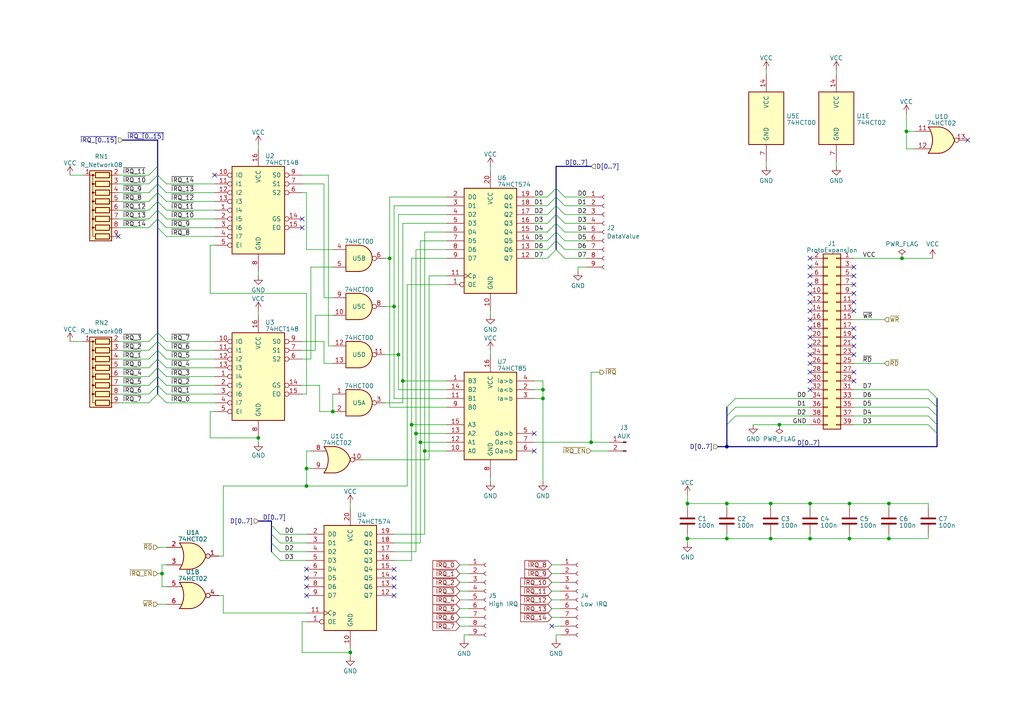
<source format=kicad_sch>
(kicad_sch (version 20231120) (generator "eeschema") (generator_version "8.0")
  (paper "A4")
  (lib_symbols
    (symbol "74xx:74HCT02" (pin_names (offset 1.016))
      (property "Reference" "U" (at 0 1.27 0))
      (property "Value" "74HCT02" (at 0 -1.27 0))
      (symbol "74HCT02_1_1"
        (pin output inverted (at 7.62 0 180) (length 3.81) (name "~") (number "1"))
        (pin input line (at -7.62 2.54 0) (length 4.318) (name "~") (number "2"))
        (pin input line (at -7.62 -2.54 0) (length 4.318) (name "~") (number "3"))
      )
      (symbol "74HCT02_1_2"
        (pin output line (at 7.62 0 180) (length 3.81) (name "~") (number "1"))
        (pin input inverted (at -7.62 2.54 0) (length 3.81) (name "~") (number "2"))
        (pin input inverted (at -7.62 -2.54 0) (length 3.81) (name "~") (number "3"))
      )
      (symbol "74HCT02_2_1"
        (pin output inverted (at 7.62 0 180) (length 3.81) (name "~") (number "4"))
        (pin input line (at -7.62 2.54 0) (length 4.318) (name "~") (number "5"))
        (pin input line (at -7.62 -2.54 0) (length 4.318) (name "~") (number "6"))
      )
      (symbol "74HCT02_2_2"
        (pin output line (at 7.62 0 180) (length 3.81) (name "~") (number "4"))
        (pin input inverted (at -7.62 2.54 0) (length 3.81) (name "~") (number "5"))
        (pin input inverted (at -7.62 -2.54 0) (length 3.81) (name "~") (number "6"))
      )
      (symbol "74HCT02_3_1"
        (pin output inverted (at 7.62 0 180) (length 3.81) (name "~") (number "10"))
        (pin input line (at -7.62 2.54 0) (length 4.318) (name "~") (number "8"))
        (pin input line (at -7.62 -2.54 0) (length 4.318) (name "~") (number "9"))
      )
      (symbol "74HCT02_3_2"
        (pin output line (at 7.62 0 180) (length 3.81) (name "~") (number "10"))
        (pin input inverted (at -7.62 2.54 0) (length 3.81) (name "~") (number "8"))
        (pin input inverted (at -7.62 -2.54 0) (length 3.81) (name "~") (number "9"))
      )
      (symbol "74HCT02_4_1"
        (pin input line (at -7.62 2.54 0) (length 4.318) (name "~") (number "11"))
        (pin input line (at -7.62 -2.54 0) (length 4.318) (name "~") (number "12"))
        (pin output inverted (at 7.62 0 180) (length 3.81) (name "~") (number "13"))
      )
      (symbol "74HCT02_4_2"
        (pin input inverted (at -7.62 2.54 0) (length 3.81) (name "~") (number "11"))
        (pin input inverted (at -7.62 -2.54 0) (length 3.81) (name "~") (number "12"))
        (pin output line (at 7.62 0 180) (length 3.81) (name "~") (number "13"))
      )
      (symbol "74HCT02_5_0"
        (pin power_in line (at 0 12.7 270) (length 5.08) (name "VCC") (number "14"))
        (pin power_in line (at 0 -12.7 90) (length 5.08) (name "GND") (number "7"))
      )
    )
    (symbol "74xx:74LS00" (pin_names (offset 1.016))
      (property "Reference" "U" (at 0 1.27 0))
      (property "Value" "74LS00" (at 0 -1.27 0))
      (symbol "74LS00_1_1"
        (pin input line (at -7.62 2.54 0) (length 3.81) (name "~") (number "1"))
        (pin input line (at -7.62 -2.54 0) (length 3.81) (name "~") (number "2"))
        (pin output inverted (at 7.62 0 180) (length 3.81) (name "~") (number "3"))
      )
      (symbol "74LS00_1_2"
        (pin input inverted (at -7.62 2.54 0) (length 4.318) (name "~") (number "1"))
        (pin input inverted (at -7.62 -2.54 0) (length 4.318) (name "~") (number "2"))
        (pin output line (at 7.62 0 180) (length 3.81) (name "~") (number "3"))
      )
      (symbol "74LS00_2_1"
        (pin input line (at -7.62 2.54 0) (length 3.81) (name "~") (number "4"))
        (pin input line (at -7.62 -2.54 0) (length 3.81) (name "~") (number "5"))
        (pin output inverted (at 7.62 0 180) (length 3.81) (name "~") (number "6"))
      )
      (symbol "74LS00_2_2"
        (pin input inverted (at -7.62 2.54 0) (length 4.318) (name "~") (number "4"))
        (pin input inverted (at -7.62 -2.54 0) (length 4.318) (name "~") (number "5"))
        (pin output line (at 7.62 0 180) (length 3.81) (name "~") (number "6"))
      )
      (symbol "74LS00_3_1"
        (pin input line (at -7.62 -2.54 0) (length 3.81) (name "~") (number "10"))
        (pin output inverted (at 7.62 0 180) (length 3.81) (name "~") (number "8"))
        (pin input line (at -7.62 2.54 0) (length 3.81) (name "~") (number "9"))
      )
      (symbol "74LS00_3_2"
        (pin input inverted (at -7.62 -2.54 0) (length 4.318) (name "~") (number "10"))
        (pin output line (at 7.62 0 180) (length 3.81) (name "~") (number "8"))
        (pin input inverted (at -7.62 2.54 0) (length 4.318) (name "~") (number "9"))
      )
      (symbol "74LS00_4_1"
        (pin output inverted (at 7.62 0 180) (length 3.81) (name "~") (number "11"))
        (pin input line (at -7.62 2.54 0) (length 3.81) (name "~") (number "12"))
        (pin input line (at -7.62 -2.54 0) (length 3.81) (name "~") (number "13"))
      )
      (symbol "74LS00_4_2"
        (pin output line (at 7.62 0 180) (length 3.81) (name "~") (number "11"))
        (pin input inverted (at -7.62 2.54 0) (length 4.318) (name "~") (number "12"))
        (pin input inverted (at -7.62 -2.54 0) (length 4.318) (name "~") (number "13"))
      )
      (symbol "74LS00_5_0"
        (pin power_in line (at 0 12.7 270) (length 5.08) (name "VCC") (number "14"))
        (pin power_in line (at 0 -12.7 90) (length 5.08) (name "GND") (number "7"))
      )
    )
    (symbol "74xx:74LS148" (pin_names (offset 1.016))
      (property "Reference" "U" (at -7.62 13.97 0))
      (property "Value" "74LS148" (at -7.62 -13.97 0))
      (symbol "74LS148_1_0"
        (pin input inverted (at -12.7 0 0) (length 5.08) (name "I4") (number "1"))
        (pin input inverted (at -12.7 10.16 0) (length 5.08) (name "IO") (number "10"))
        (pin input inverted (at -12.7 7.62 0) (length 5.08) (name "I1") (number "11"))
        (pin input inverted (at -12.7 5.08 0) (length 5.08) (name "I2") (number "12"))
        (pin input inverted (at -12.7 2.54 0) (length 5.08) (name "I3") (number "13"))
        (pin output inverted (at 12.7 -2.54 180) (length 5.08) (name "GS") (number "14"))
        (pin output inverted (at 12.7 -5.08 180) (length 5.08) (name "EO") (number "15"))
        (pin power_in line (at 0 17.78 270) (length 5.08) (name "VCC") (number "16"))
        (pin input inverted (at -12.7 -2.54 0) (length 5.08) (name "I5") (number "2"))
        (pin input inverted (at -12.7 -5.08 0) (length 5.08) (name "I6") (number "3"))
        (pin input inverted (at -12.7 -7.62 0) (length 5.08) (name "I7") (number "4"))
        (pin input inverted (at -12.7 -10.16 0) (length 5.08) (name "EI") (number "5"))
        (pin output inverted (at 12.7 5.08 180) (length 5.08) (name "S2") (number "6"))
        (pin output inverted (at 12.7 7.62 180) (length 5.08) (name "S1") (number "7"))
        (pin power_in line (at 0 -17.78 90) (length 5.08) (name "GND") (number "8"))
        (pin output inverted (at 12.7 10.16 180) (length 5.08) (name "S0") (number "9"))
      )
    )
    (symbol "74xx:74LS574" (pin_names (offset 1.016))
      (property "Reference" "U" (at -7.62 16.51 0))
      (property "Value" "74LS574" (at -7.62 -16.51 0))
      (symbol "74LS574_1_0"
        (pin input inverted (at -12.7 -12.7 0) (length 5.08) (name "OE") (number "1"))
        (pin power_in line (at 0 -20.32 90) (length 5.08) (name "GND") (number "10"))
        (pin input clock (at -12.7 -10.16 0) (length 5.08) (name "Cp") (number "11"))
        (pin tri_state line (at 12.7 -5.08 180) (length 5.08) (name "Q7") (number "12"))
        (pin tri_state line (at 12.7 -2.54 180) (length 5.08) (name "Q6") (number "13"))
        (pin tri_state line (at 12.7 0 180) (length 5.08) (name "Q5") (number "14"))
        (pin tri_state line (at 12.7 2.54 180) (length 5.08) (name "Q4") (number "15"))
        (pin tri_state line (at 12.7 5.08 180) (length 5.08) (name "Q3") (number "16"))
        (pin tri_state line (at 12.7 7.62 180) (length 5.08) (name "Q2") (number "17"))
        (pin tri_state line (at 12.7 10.16 180) (length 5.08) (name "Q1") (number "18"))
        (pin tri_state line (at 12.7 12.7 180) (length 5.08) (name "Q0") (number "19"))
        (pin input line (at -12.7 12.7 0) (length 5.08) (name "D0") (number "2"))
        (pin power_in line (at 0 20.32 270) (length 5.08) (name "VCC") (number "20"))
        (pin input line (at -12.7 10.16 0) (length 5.08) (name "D1") (number "3"))
        (pin input line (at -12.7 7.62 0) (length 5.08) (name "D2") (number "4"))
        (pin input line (at -12.7 5.08 0) (length 5.08) (name "D3") (number "5"))
        (pin input line (at -12.7 2.54 0) (length 5.08) (name "D4") (number "6"))
        (pin input line (at -12.7 0 0) (length 5.08) (name "D5") (number "7"))
        (pin input line (at -12.7 -2.54 0) (length 5.08) (name "D6") (number "8"))
        (pin input line (at -12.7 -5.08 0) (length 5.08) (name "D7") (number "9"))
      )
    )
    (symbol "74xx:74LS85" (pin_names (offset 1.016))
      (property "Reference" "U" (at -7.62 13.97 0))
      (property "Value" "74LS85" (at -7.62 -13.97 0))
      (symbol "74LS85_1_0"
        (pin input line (at -12.7 10.16 0) (length 5.08) (name "B3") (number "1"))
        (pin input line (at -12.7 -10.16 0) (length 5.08) (name "A0") (number "10"))
        (pin input line (at -12.7 5.08 0) (length 5.08) (name "B1") (number "11"))
        (pin input line (at -12.7 -7.62 0) (length 5.08) (name "A1") (number "12"))
        (pin input line (at -12.7 -5.08 0) (length 5.08) (name "A2") (number "13"))
        (pin input line (at -12.7 7.62 0) (length 5.08) (name "B2") (number "14"))
        (pin input line (at -12.7 -2.54 0) (length 5.08) (name "A3") (number "15"))
        (pin power_in line (at 0 17.78 270) (length 5.08) (name "VCC") (number "16"))
        (pin input line (at 12.7 7.62 180) (length 5.08) (name "Ia<b") (number "2"))
        (pin input line (at 12.7 5.08 180) (length 5.08) (name "Ia=b") (number "3"))
        (pin input line (at 12.7 10.16 180) (length 5.08) (name "Ia>b") (number "4"))
        (pin output line (at 12.7 -5.08 180) (length 5.08) (name "Oa>b") (number "5"))
        (pin output line (at 12.7 -10.16 180) (length 5.08) (name "Oa=b") (number "6"))
        (pin output line (at 12.7 -7.62 180) (length 5.08) (name "Oa<b") (number "7"))
        (pin power_in line (at 0 -17.78 90) (length 5.08) (name "GND") (number "8"))
        (pin input line (at -12.7 2.54 0) (length 5.08) (name "B0") (number "9"))
      )
    )
    (symbol "Connector:Conn_01x02_Pin" (pin_names (offset 1.016) hide)
      (property "Reference" "J" (at 0 2.54 0))
      (property "Value" "Conn_01x02_Pin" (at 0 -5.08 0))
      (symbol "Conn_01x02_Pin_1_1"
        (pin passive line (at 5.08 0 180) (length 3.81) (name "Pin_1") (number "1"))
        (pin passive line (at 5.08 -2.54 180) (length 3.81) (name "Pin_2") (number "2"))
      )
    )
    (symbol "Connector:Conn_01x09_Socket" (pin_names (offset 1.016) hide)
      (property "Reference" "J" (at 0 12.7 0))
      (property "Value" "Conn_01x09_Socket" (at 0 -12.7 0))
      (symbol "Conn_01x09_Socket_1_1"
        (pin passive line (at -5.08 10.16 0) (length 3.81) (name "Pin_1") (number "1"))
        (pin passive line (at -5.08 7.62 0) (length 3.81) (name "Pin_2") (number "2"))
        (pin passive line (at -5.08 5.08 0) (length 3.81) (name "Pin_3") (number "3"))
        (pin passive line (at -5.08 2.54 0) (length 3.81) (name "Pin_4") (number "4"))
        (pin passive line (at -5.08 0 0) (length 3.81) (name "Pin_5") (number "5"))
        (pin passive line (at -5.08 -2.54 0) (length 3.81) (name "Pin_6") (number "6"))
        (pin passive line (at -5.08 -5.08 0) (length 3.81) (name "Pin_7") (number "7"))
        (pin passive line (at -5.08 -7.62 0) (length 3.81) (name "Pin_8") (number "8"))
        (pin passive line (at -5.08 -10.16 0) (length 3.81) (name "Pin_9") (number "9"))
      )
    )
    (symbol "Connector_Generic:Conn_02x20_Odd_Even" (pin_names (offset 1.016) hide)
      (property "Reference" "J" (at 1.27 25.4 0))
      (property "Value" "Conn_02x20_Odd_Even" (at 1.27 -27.94 0))
      (symbol "Conn_02x20_Odd_Even_1_1"
        (pin passive line (at -5.08 22.86 0) (length 3.81) (name "Pin_1") (number "1"))
        (pin passive line (at 7.62 12.7 180) (length 3.81) (name "Pin_10") (number "10"))
        (pin passive line (at -5.08 10.16 0) (length 3.81) (name "Pin_11") (number "11"))
        (pin passive line (at 7.62 10.16 180) (length 3.81) (name "Pin_12") (number "12"))
        (pin passive line (at -5.08 7.62 0) (length 3.81) (name "Pin_13") (number "13"))
        (pin passive line (at 7.62 7.62 180) (length 3.81) (name "Pin_14") (number "14"))
        (pin passive line (at -5.08 5.08 0) (length 3.81) (name "Pin_15") (number "15"))
        (pin passive line (at 7.62 5.08 180) (length 3.81) (name "Pin_16") (number "16"))
        (pin passive line (at -5.08 2.54 0) (length 3.81) (name "Pin_17") (number "17"))
        (pin passive line (at 7.62 2.54 180) (length 3.81) (name "Pin_18") (number "18"))
        (pin passive line (at -5.08 0 0) (length 3.81) (name "Pin_19") (number "19"))
        (pin passive line (at 7.62 22.86 180) (length 3.81) (name "Pin_2") (number "2"))
        (pin passive line (at 7.62 0 180) (length 3.81) (name "Pin_20") (number "20"))
        (pin passive line (at -5.08 -2.54 0) (length 3.81) (name "Pin_21") (number "21"))
        (pin passive line (at 7.62 -2.54 180) (length 3.81) (name "Pin_22") (number "22"))
        (pin passive line (at -5.08 -5.08 0) (length 3.81) (name "Pin_23") (number "23"))
        (pin passive line (at 7.62 -5.08 180) (length 3.81) (name "Pin_24") (number "24"))
        (pin passive line (at -5.08 -7.62 0) (length 3.81) (name "Pin_25") (number "25"))
        (pin passive line (at 7.62 -7.62 180) (length 3.81) (name "Pin_26") (number "26"))
        (pin passive line (at -5.08 -10.16 0) (length 3.81) (name "Pin_27") (number "27"))
        (pin passive line (at 7.62 -10.16 180) (length 3.81) (name "Pin_28") (number "28"))
        (pin passive line (at -5.08 -12.7 0) (length 3.81) (name "Pin_29") (number "29"))
        (pin passive line (at -5.08 20.32 0) (length 3.81) (name "Pin_3") (number "3"))
        (pin passive line (at 7.62 -12.7 180) (length 3.81) (name "Pin_30") (number "30"))
        (pin passive line (at -5.08 -15.24 0) (length 3.81) (name "Pin_31") (number "31"))
        (pin passive line (at 7.62 -15.24 180) (length 3.81) (name "Pin_32") (number "32"))
        (pin passive line (at -5.08 -17.78 0) (length 3.81) (name "Pin_33") (number "33"))
        (pin passive line (at 7.62 -17.78 180) (length 3.81) (name "Pin_34") (number "34"))
        (pin passive line (at -5.08 -20.32 0) (length 3.81) (name "Pin_35") (number "35"))
        (pin passive line (at 7.62 -20.32 180) (length 3.81) (name "Pin_36") (number "36"))
        (pin passive line (at -5.08 -22.86 0) (length 3.81) (name "Pin_37") (number "37"))
        (pin passive line (at 7.62 -22.86 180) (length 3.81) (name "Pin_38") (number "38"))
        (pin passive line (at -5.08 -25.4 0) (length 3.81) (name "Pin_39") (number "39"))
        (pin passive line (at 7.62 20.32 180) (length 3.81) (name "Pin_4") (number "4"))
        (pin passive line (at 7.62 -25.4 180) (length 3.81) (name "Pin_40") (number "40"))
        (pin passive line (at -5.08 17.78 0) (length 3.81) (name "Pin_5") (number "5"))
        (pin passive line (at 7.62 17.78 180) (length 3.81) (name "Pin_6") (number "6"))
        (pin passive line (at -5.08 15.24 0) (length 3.81) (name "Pin_7") (number "7"))
        (pin passive line (at 7.62 15.24 180) (length 3.81) (name "Pin_8") (number "8"))
        (pin passive line (at -5.08 12.7 0) (length 3.81) (name "Pin_9") (number "9"))
      )
    )
    (symbol "Device:C" (pin_numbers hide) (pin_names (offset 0.254))
      (property "Reference" "C" (at 0.635 2.54 0))
      (property "Value" "C" (at 0.635 -2.54 0))
      (symbol "C_1_1"
        (pin passive line (at 0 3.81 270) (length 2.794) (name "~") (number "1"))
        (pin passive line (at 0 -3.81 90) (length 2.794) (name "~") (number "2"))
      )
    )
    (symbol "Device:R_Network08" (pin_names (offset 0) hide)
      (property "Reference" "RN" (at -12.7 0 90))
      (property "Value" "R_Network08" (at 10.16 0 90))
      (symbol "R_Network08_1_1"
        (pin passive line (at -10.16 5.08 270) (length 2.54) (name "common") (number "1"))
        (pin passive line (at -10.16 -5.08 90) (length 1.27) (name "R1") (number "2"))
        (pin passive line (at -7.62 -5.08 90) (length 1.27) (name "R2") (number "3"))
        (pin passive line (at -5.08 -5.08 90) (length 1.27) (name "R3") (number "4"))
        (pin passive line (at -2.54 -5.08 90) (length 1.27) (name "R4") (number "5"))
        (pin passive line (at 0 -5.08 90) (length 1.27) (name "R5") (number "6"))
        (pin passive line (at 2.54 -5.08 90) (length 1.27) (name "R6") (number "7"))
        (pin passive line (at 5.08 -5.08 90) (length 1.27) (name "R7") (number "8"))
        (pin passive line (at 7.62 -5.08 90) (length 1.27) (name "R8") (number "9"))
      )
    )
    (symbol "power:GND" (power) (pin_names (offset 0))
      (property "Value" "GND" (at 0 -3.81 0))
      (symbol "GND_1_1"
        (pin power_in line (at 0 0 270) (length 0) hide (name "GND") (number "1"))
      )
    )
    (symbol "power:PWR_FLAG" (power) (pin_numbers hide) (pin_names (offset 0) hide)
      (property "Value" "PWR_FLAG" (at 0 3.81 0))
      (symbol "PWR_FLAG_0_0"
        (pin power_out line (at 0 0 90) (length 0) (name "~") (number "1"))
      )
    )
    (symbol "power:VCC" (power) (pin_names (offset 0))
      (property "Value" "VCC" (at 0 3.81 0))
      (symbol "VCC_1_1"
        (pin power_in line (at 0 0 90) (length 0) hide (name "VCC") (number "1"))
      )
    )
  )
  (junction (at 46.99 166.37))
  (junction (at 123.19 130.81))
  (junction (at 96.52 119.38))
  (junction (at 246.38 146.05))
  (junction (at 210.82 129.54))
  (junction (at 234.95 146.05))
  (junction (at 223.52 156.21))
  (junction (at 199.39 146.05))
  (junction (at 246.38 156.21))
  (junction (at 115.57 102.87))
  (junction (at 121.92 128.27))
  (junction (at 120.65 125.73))
  (junction (at 74.93 127))
  (junction (at 210.82 156.21))
  (junction (at 262.89 38.1))
  (junction (at 116.84 110.49))
  (junction (at 210.82 146.05))
  (junction (at 114.3 88.9))
  (junction (at 234.95 156.21))
  (junction (at 119.38 123.19))
  (junction (at 101.6 189.23))
  (junction (at 226.06 123.19))
  (junction (at 257.81 146.05))
  (junction (at 261.62 74.93))
  (junction (at 171.45 128.27))
  (junction (at 88.9 140.97))
  (junction (at 157.48 115.57))
  (junction (at 157.48 113.03))
  (junction (at 223.52 146.05))
  (junction (at 199.39 156.21))
  (junction (at 257.81 156.21))
  (junction (at 88.9 135.89))
  (junction (at 113.03 74.93))
  (no_connect (at 87.63 63.5))
  (no_connect (at 62.23 50.8))
  (no_connect (at 247.65 100.33))
  (no_connect (at 34.29 68.58))
  (no_connect (at 247.65 85.09))
  (no_connect (at 87.63 66.04))
  (no_connect (at 280.67 40.64))
  (no_connect (at 234.95 80.01))
  (no_connect (at 247.65 110.49))
  (no_connect (at 247.65 80.01))
  (no_connect (at 114.3 172.72))
  (no_connect (at 234.95 90.17))
  (no_connect (at 88.9 172.72))
  (no_connect (at 247.65 82.55))
  (no_connect (at 114.3 165.1))
  (no_connect (at 88.9 170.18))
  (no_connect (at 234.95 100.33))
  (no_connect (at 234.95 92.71))
  (no_connect (at 247.65 77.47))
  (no_connect (at 114.3 167.64))
  (no_connect (at 88.9 165.1))
  (no_connect (at 154.94 130.81))
  (no_connect (at 234.95 74.93))
  (no_connect (at 234.95 95.25))
  (no_connect (at 247.65 102.87))
  (no_connect (at 247.65 97.79))
  (no_connect (at 114.3 170.18))
  (no_connect (at 88.9 167.64))
  (no_connect (at 247.65 107.95))
  (no_connect (at 234.95 85.09))
  (no_connect (at 247.65 90.17))
  (no_connect (at 234.95 110.49))
  (no_connect (at 247.65 87.63))
  (no_connect (at 234.95 107.95))
  (no_connect (at 234.95 105.41))
  (no_connect (at 234.95 87.63))
  (no_connect (at 234.95 82.55))
  (no_connect (at 234.95 77.47))
  (no_connect (at 160.02 181.61))
  (no_connect (at 234.95 97.79))
  (no_connect (at 154.94 125.73))
  (no_connect (at 247.65 95.25))
  (no_connect (at 234.95 102.87))
  (no_connect (at 234.95 113.03))
  (bus_entry (at 163.83 74.93) (size -2.54 -2.54))
  (bus_entry (at 45.72 101.6) (size 2.54 2.54))
  (bus_entry (at 269.24 115.57) (size 2.54 2.54))
  (bus_entry (at 163.83 62.23) (size -2.54 -2.54))
  (bus_entry (at 43.18 53.34) (size 2.54 -2.54))
  (bus_entry (at 161.29 62.23) (size -2.54 2.54))
  (bus_entry (at 45.72 109.22) (size 2.54 2.54))
  (bus_entry (at 43.18 66.04) (size 2.54 -2.54))
  (bus_entry (at 161.29 67.31) (size -2.54 2.54))
  (bus_entry (at 269.24 123.19) (size 2.54 2.54))
  (bus_entry (at 163.83 64.77) (size -2.54 -2.54))
  (bus_entry (at 161.29 72.39) (size -2.54 2.54))
  (bus_entry (at 78.74 160.02) (size 2.54 2.54))
  (bus_entry (at 161.29 69.85) (size -2.54 2.54))
  (bus_entry (at 161.29 54.61) (size -2.54 2.54))
  (bus_entry (at 43.18 109.22) (size 2.54 -2.54))
  (bus_entry (at 43.18 106.68) (size 2.54 -2.54))
  (bus_entry (at 43.18 116.84) (size 2.54 -2.54))
  (bus_entry (at 45.72 99.06) (size 2.54 2.54))
  (bus_entry (at 43.18 104.14) (size 2.54 -2.54))
  (bus_entry (at 43.18 55.88) (size 2.54 -2.54))
  (bus_entry (at 43.18 114.3) (size 2.54 -2.54))
  (bus_entry (at 269.24 113.03) (size 2.54 2.54))
  (bus_entry (at 163.83 69.85) (size -2.54 -2.54))
  (bus_entry (at 43.18 63.5) (size 2.54 -2.54))
  (bus_entry (at 269.24 120.65) (size 2.54 2.54))
  (bus_entry (at 45.72 114.3) (size 2.54 2.54))
  (bus_entry (at 43.18 101.6) (size 2.54 -2.54))
  (bus_entry (at 161.29 59.69) (size -2.54 2.54))
  (bus_entry (at 43.18 111.76) (size 2.54 -2.54))
  (bus_entry (at 45.72 58.42) (size 2.54 2.54))
  (bus_entry (at 45.72 55.88) (size 2.54 2.54))
  (bus_entry (at 269.24 118.11) (size 2.54 2.54))
  (bus_entry (at 43.18 60.96) (size 2.54 -2.54))
  (bus_entry (at 45.72 111.76) (size 2.54 2.54))
  (bus_entry (at 45.72 104.14) (size 2.54 2.54))
  (bus_entry (at 43.18 58.42) (size 2.54 -2.54))
  (bus_entry (at 45.72 53.34) (size 2.54 2.54))
  (bus_entry (at 43.18 50.8) (size 2.54 -2.54))
  (bus_entry (at 210.82 123.19) (size 2.54 -2.54))
  (bus_entry (at 163.83 67.31) (size -2.54 -2.54))
  (bus_entry (at 163.83 59.69) (size -2.54 -2.54))
  (bus_entry (at 163.83 57.15) (size -2.54 -2.54))
  (bus_entry (at 45.72 66.04) (size 2.54 2.54))
  (bus_entry (at 43.18 99.06) (size 2.54 -2.54))
  (bus_entry (at 78.74 152.4) (size 2.54 2.54))
  (bus_entry (at 45.72 106.68) (size 2.54 2.54))
  (bus_entry (at 45.72 96.52) (size 2.54 2.54))
  (bus_entry (at 45.72 50.8) (size 2.54 2.54))
  (bus_entry (at 45.72 60.96) (size 2.54 2.54))
  (bus_entry (at 78.74 157.48) (size 2.54 2.54))
  (bus_entry (at 161.29 57.15) (size -2.54 2.54))
  (bus_entry (at 163.83 72.39) (size -2.54 -2.54))
  (bus_entry (at 210.82 120.65) (size 2.54 -2.54))
  (bus_entry (at 45.72 63.5) (size 2.54 2.54))
  (bus_entry (at 161.29 64.77) (size -2.54 2.54))
  (bus_entry (at 210.82 118.11) (size 2.54 -2.54))
  (bus_entry (at 78.74 154.94) (size 2.54 2.54))
  (wire (pts (xy 120.65 160.02) (xy 120.65 125.73)))
  (wire (pts (xy 48.26 60.96) (xy 62.23 60.96)))
  (wire (pts (xy 157.48 110.49) (xy 157.48 113.03)))
  (wire (pts (xy 154.94 128.27) (xy 171.45 128.27)))
  (wire (pts (xy 105.41 133.35) (xy 124.46 133.35)))
  (wire (pts (xy 87.63 53.34) (xy 93.98 53.34)))
  (wire (pts (xy 163.83 57.15) (xy 170.18 57.15)))
  (bus (pts (xy 210.82 129.54) (xy 271.78 129.54)))
  (wire (pts (xy 60.96 85.09) (xy 88.9 85.09)))
  (wire (pts (xy 48.26 53.34) (xy 62.23 53.34)))
  (wire (pts (xy 223.52 156.21) (xy 223.52 154.94)))
  (wire (pts (xy 121.92 69.85) (xy 129.54 69.85)))
  (wire (pts (xy 234.95 146.05) (xy 234.95 147.32)))
  (wire (pts (xy 234.95 156.21) (xy 246.38 156.21)))
  (wire (pts (xy 88.9 85.09) (xy 88.9 114.3)))
  (wire (pts (xy 142.24 48.26) (xy 142.24 49.53)))
  (wire (pts (xy 46.99 163.83) (xy 46.99 166.37)))
  (wire (pts (xy 246.38 156.21) (xy 246.38 154.94)))
  (wire (pts (xy 142.24 90.17) (xy 142.24 91.44)))
  (bus (pts (xy 161.29 48.26) (xy 171.45 48.26)))
  (wire (pts (xy 247.65 118.11) (xy 269.24 118.11)))
  (wire (pts (xy 133.35 168.91) (xy 135.89 168.91)))
  (wire (pts (xy 64.77 177.8) (xy 88.9 177.8)))
  (wire (pts (xy 154.94 59.69) (xy 158.75 59.69)))
  (wire (pts (xy 134.62 184.15) (xy 134.62 185.42)))
  (wire (pts (xy 160.02 179.07) (xy 162.56 179.07)))
  (wire (pts (xy 62.23 71.12) (xy 60.96 71.12)))
  (wire (pts (xy 133.35 171.45) (xy 135.89 171.45)))
  (wire (pts (xy 154.94 110.49) (xy 157.48 110.49)))
  (wire (pts (xy 123.19 130.81) (xy 123.19 67.31)))
  (wire (pts (xy 213.36 115.57) (xy 234.95 115.57)))
  (wire (pts (xy 96.52 119.38) (xy 92.71 119.38)))
  (wire (pts (xy 157.48 115.57) (xy 157.48 139.7)))
  (wire (pts (xy 96.52 72.39) (xy 88.9 72.39)))
  (wire (pts (xy 74.93 127) (xy 74.93 128.27)))
  (wire (pts (xy 246.38 146.05) (xy 257.81 146.05)))
  (wire (pts (xy 123.19 67.31) (xy 129.54 67.31)))
  (wire (pts (xy 223.52 146.05) (xy 223.52 147.32)))
  (wire (pts (xy 154.94 62.23) (xy 158.75 62.23)))
  (wire (pts (xy 111.76 74.93) (xy 113.03 74.93)))
  (wire (pts (xy 171.45 107.95) (xy 171.45 128.27)))
  (bus (pts (xy 78.74 154.94) (xy 78.74 152.4)))
  (bus (pts (xy 78.74 160.02) (xy 78.74 157.48)))
  (bus (pts (xy 45.72 66.04) (xy 45.72 96.52)))
  (bus (pts (xy 45.72 53.34) (xy 45.72 55.88)))
  (wire (pts (xy 114.3 160.02) (xy 120.65 160.02)))
  (wire (pts (xy 20.32 50.8) (xy 24.13 50.8)))
  (bus (pts (xy 45.72 109.22) (xy 45.72 111.76)))
  (wire (pts (xy 119.38 74.93) (xy 119.38 123.19)))
  (wire (pts (xy 88.9 135.89) (xy 88.9 130.81)))
  (wire (pts (xy 124.46 133.35) (xy 124.46 80.01)))
  (wire (pts (xy 222.25 20.32) (xy 222.25 21.59)))
  (wire (pts (xy 119.38 74.93) (xy 129.54 74.93)))
  (wire (pts (xy 92.71 119.38) (xy 92.71 111.76)))
  (wire (pts (xy 154.94 69.85) (xy 158.75 69.85)))
  (wire (pts (xy 257.81 156.21) (xy 257.81 154.94)))
  (wire (pts (xy 247.65 105.41) (xy 256.54 105.41)))
  (wire (pts (xy 60.96 71.12) (xy 60.96 85.09)))
  (wire (pts (xy 90.17 77.47) (xy 96.52 77.47)))
  (wire (pts (xy 160.02 166.37) (xy 162.56 166.37)))
  (wire (pts (xy 154.94 72.39) (xy 158.75 72.39)))
  (wire (pts (xy 118.11 82.55) (xy 118.11 140.97)))
  (wire (pts (xy 133.35 163.83) (xy 135.89 163.83)))
  (wire (pts (xy 96.52 100.33) (xy 95.25 100.33)))
  (wire (pts (xy 115.57 102.87) (xy 115.57 62.23)))
  (wire (pts (xy 121.92 128.27) (xy 129.54 128.27)))
  (wire (pts (xy 167.64 77.47) (xy 167.64 78.74)))
  (wire (pts (xy 242.57 46.99) (xy 242.57 48.26)))
  (wire (pts (xy 34.29 50.8) (xy 43.18 50.8)))
  (bus (pts (xy 45.72 60.96) (xy 45.72 63.5)))
  (wire (pts (xy 34.29 101.6) (xy 43.18 101.6)))
  (wire (pts (xy 48.26 116.84) (xy 62.23 116.84)))
  (wire (pts (xy 60.96 127) (xy 74.93 127)))
  (wire (pts (xy 163.83 67.31) (xy 170.18 67.31)))
  (wire (pts (xy 199.39 156.21) (xy 210.82 156.21)))
  (wire (pts (xy 199.39 154.94) (xy 199.39 156.21)))
  (wire (pts (xy 91.44 91.44) (xy 91.44 101.6)))
  (bus (pts (xy 45.72 40.64) (xy 45.72 48.26)))
  (wire (pts (xy 163.83 74.93) (xy 170.18 74.93)))
  (bus (pts (xy 45.72 48.26) (xy 45.72 50.8)))
  (wire (pts (xy 91.44 101.6) (xy 87.63 101.6)))
  (wire (pts (xy 246.38 156.21) (xy 257.81 156.21)))
  (wire (pts (xy 115.57 62.23) (xy 129.54 62.23)))
  (wire (pts (xy 173.99 107.95) (xy 171.45 107.95)))
  (wire (pts (xy 45.72 166.37) (xy 46.99 166.37)))
  (wire (pts (xy 163.83 59.69) (xy 170.18 59.69)))
  (bus (pts (xy 78.74 152.4) (xy 78.74 151.13)))
  (wire (pts (xy 257.81 146.05) (xy 269.24 146.05)))
  (wire (pts (xy 120.65 125.73) (xy 129.54 125.73)))
  (wire (pts (xy 64.77 172.72) (xy 63.5 172.72)))
  (wire (pts (xy 34.29 116.84) (xy 43.18 116.84)))
  (wire (pts (xy 154.94 64.77) (xy 158.75 64.77)))
  (wire (pts (xy 213.36 118.11) (xy 234.95 118.11)))
  (wire (pts (xy 116.84 64.77) (xy 116.84 110.49)))
  (wire (pts (xy 34.29 104.14) (xy 43.18 104.14)))
  (wire (pts (xy 81.28 154.94) (xy 88.9 154.94)))
  (bus (pts (xy 45.72 55.88) (xy 45.72 58.42)))
  (wire (pts (xy 262.89 43.18) (xy 265.43 43.18)))
  (wire (pts (xy 34.29 99.06) (xy 43.18 99.06)))
  (bus (pts (xy 45.72 101.6) (xy 45.72 104.14)))
  (wire (pts (xy 48.26 106.68) (xy 62.23 106.68)))
  (wire (pts (xy 135.89 184.15) (xy 134.62 184.15)))
  (bus (pts (xy 74.93 151.13) (xy 78.74 151.13)))
  (wire (pts (xy 154.94 74.93) (xy 158.75 74.93)))
  (wire (pts (xy 142.24 138.43) (xy 142.24 139.7)))
  (wire (pts (xy 257.81 146.05) (xy 257.81 147.32)))
  (wire (pts (xy 120.65 72.39) (xy 129.54 72.39)))
  (wire (pts (xy 154.94 115.57) (xy 157.48 115.57)))
  (wire (pts (xy 247.65 123.19) (xy 269.24 123.19)))
  (wire (pts (xy 95.25 50.8) (xy 87.63 50.8)))
  (bus (pts (xy 271.78 125.73) (xy 271.78 129.54)))
  (wire (pts (xy 247.65 92.71) (xy 256.54 92.71)))
  (wire (pts (xy 88.9 140.97) (xy 64.77 140.97)))
  (wire (pts (xy 20.32 99.06) (xy 24.13 99.06)))
  (wire (pts (xy 223.52 146.05) (xy 234.95 146.05)))
  (wire (pts (xy 199.39 146.05) (xy 199.39 147.32)))
  (wire (pts (xy 114.3 59.69) (xy 114.3 88.9)))
  (wire (pts (xy 116.84 110.49) (xy 116.84 116.84)))
  (wire (pts (xy 48.26 55.88) (xy 62.23 55.88)))
  (wire (pts (xy 88.9 55.88) (xy 87.63 55.88)))
  (wire (pts (xy 101.6 146.05) (xy 101.6 147.32)))
  (wire (pts (xy 62.23 119.38) (xy 60.96 119.38)))
  (wire (pts (xy 118.11 82.55) (xy 129.54 82.55)))
  (wire (pts (xy 48.26 68.58) (xy 62.23 68.58)))
  (wire (pts (xy 64.77 177.8) (xy 64.77 172.72)))
  (wire (pts (xy 199.39 156.21) (xy 199.39 157.48)))
  (wire (pts (xy 34.29 114.3) (xy 43.18 114.3)))
  (bus (pts (xy 161.29 67.31) (xy 161.29 64.77)))
  (wire (pts (xy 269.24 154.94) (xy 269.24 156.21)))
  (wire (pts (xy 163.83 72.39) (xy 170.18 72.39)))
  (wire (pts (xy 133.35 166.37) (xy 135.89 166.37)))
  (wire (pts (xy 74.93 78.74) (xy 74.93 80.01)))
  (wire (pts (xy 93.98 105.41) (xy 93.98 99.06)))
  (wire (pts (xy 171.45 130.81) (xy 176.53 130.81)))
  (wire (pts (xy 87.63 180.34) (xy 88.9 180.34)))
  (bus (pts (xy 45.72 58.42) (xy 45.72 60.96)))
  (wire (pts (xy 48.26 114.3) (xy 62.23 114.3)))
  (bus (pts (xy 271.78 120.65) (xy 271.78 123.19)))
  (wire (pts (xy 88.9 72.39) (xy 88.9 55.88)))
  (wire (pts (xy 262.89 33.02) (xy 262.89 38.1)))
  (bus (pts (xy 161.29 54.61) (xy 161.29 48.26)))
  (wire (pts (xy 160.02 171.45) (xy 162.56 171.45)))
  (wire (pts (xy 163.83 62.23) (xy 170.18 62.23)))
  (wire (pts (xy 119.38 123.19) (xy 129.54 123.19)))
  (wire (pts (xy 199.39 146.05) (xy 210.82 146.05)))
  (bus (pts (xy 161.29 64.77) (xy 161.29 62.23)))
  (wire (pts (xy 34.29 60.96) (xy 43.18 60.96)))
  (wire (pts (xy 114.3 115.57) (xy 129.54 115.57)))
  (wire (pts (xy 247.65 120.65) (xy 269.24 120.65)))
  (wire (pts (xy 234.95 156.21) (xy 234.95 154.94)))
  (wire (pts (xy 48.26 66.04) (xy 62.23 66.04)))
  (wire (pts (xy 81.28 160.02) (xy 88.9 160.02)))
  (wire (pts (xy 210.82 156.21) (xy 223.52 156.21)))
  (wire (pts (xy 261.62 74.93) (xy 270.51 74.93)))
  (wire (pts (xy 223.52 156.21) (xy 234.95 156.21)))
  (bus (pts (xy 35.56 40.64) (xy 45.72 40.64)))
  (wire (pts (xy 133.35 176.53) (xy 135.89 176.53)))
  (wire (pts (xy 113.03 74.93) (xy 113.03 57.15)))
  (bus (pts (xy 45.72 104.14) (xy 45.72 106.68)))
  (wire (pts (xy 171.45 128.27) (xy 176.53 128.27)))
  (wire (pts (xy 87.63 180.34) (xy 87.63 189.23)))
  (wire (pts (xy 93.98 53.34) (xy 93.98 86.36)))
  (wire (pts (xy 48.26 170.18) (xy 46.99 170.18)))
  (bus (pts (xy 161.29 72.39) (xy 161.29 69.85)))
  (wire (pts (xy 48.26 104.14) (xy 62.23 104.14)))
  (wire (pts (xy 96.52 114.3) (xy 96.52 119.38)))
  (bus (pts (xy 210.82 120.65) (xy 210.82 123.19)))
  (wire (pts (xy 81.28 162.56) (xy 88.9 162.56)))
  (wire (pts (xy 48.26 101.6) (xy 62.23 101.6)))
  (wire (pts (xy 262.89 38.1) (xy 265.43 38.1)))
  (wire (pts (xy 123.19 130.81) (xy 123.19 154.94)))
  (wire (pts (xy 111.76 102.87) (xy 115.57 102.87)))
  (wire (pts (xy 34.29 53.34) (xy 43.18 53.34)))
  (wire (pts (xy 161.29 184.15) (xy 161.29 185.42)))
  (wire (pts (xy 121.92 128.27) (xy 121.92 69.85)))
  (bus (pts (xy 45.72 50.8) (xy 45.72 53.34)))
  (wire (pts (xy 160.02 176.53) (xy 162.56 176.53)))
  (wire (pts (xy 124.46 80.01) (xy 129.54 80.01)))
  (wire (pts (xy 114.3 154.94) (xy 123.19 154.94)))
  (wire (pts (xy 45.72 175.26) (xy 48.26 175.26)))
  (bus (pts (xy 45.72 96.52) (xy 45.72 99.06)))
  (wire (pts (xy 96.52 91.44) (xy 91.44 91.44)))
  (wire (pts (xy 34.29 58.42) (xy 43.18 58.42)))
  (wire (pts (xy 34.29 55.88) (xy 43.18 55.88)))
  (wire (pts (xy 93.98 99.06) (xy 87.63 99.06)))
  (bus (pts (xy 45.72 111.76) (xy 45.72 114.3)))
  (wire (pts (xy 213.36 120.65) (xy 234.95 120.65)))
  (wire (pts (xy 160.02 163.83) (xy 162.56 163.83)))
  (wire (pts (xy 88.9 135.89) (xy 90.17 135.89)))
  (wire (pts (xy 210.82 146.05) (xy 210.82 147.32)))
  (wire (pts (xy 163.83 64.77) (xy 170.18 64.77)))
  (wire (pts (xy 63.5 161.29) (xy 64.77 161.29)))
  (wire (pts (xy 142.24 101.6) (xy 142.24 102.87)))
  (bus (pts (xy 271.78 123.19) (xy 271.78 125.73)))
  (wire (pts (xy 133.35 173.99) (xy 135.89 173.99)))
  (bus (pts (xy 271.78 118.11) (xy 271.78 120.65)))
  (wire (pts (xy 170.18 77.47) (xy 167.64 77.47)))
  (wire (pts (xy 95.25 100.33) (xy 95.25 50.8)))
  (wire (pts (xy 129.54 64.77) (xy 116.84 64.77)))
  (wire (pts (xy 113.03 57.15) (xy 129.54 57.15)))
  (wire (pts (xy 157.48 113.03) (xy 157.48 115.57)))
  (wire (pts (xy 199.39 143.51) (xy 199.39 146.05)))
  (wire (pts (xy 116.84 110.49) (xy 129.54 110.49)))
  (bus (pts (xy 45.72 99.06) (xy 45.72 101.6)))
  (wire (pts (xy 242.57 20.32) (xy 242.57 21.59)))
  (wire (pts (xy 162.56 184.15) (xy 161.29 184.15)))
  (wire (pts (xy 120.65 125.73) (xy 120.65 72.39)))
  (wire (pts (xy 160.02 173.99) (xy 162.56 173.99)))
  (wire (pts (xy 247.65 113.03) (xy 269.24 113.03)))
  (wire (pts (xy 48.26 109.22) (xy 62.23 109.22)))
  (bus (pts (xy 45.72 106.68) (xy 45.72 109.22)))
  (wire (pts (xy 74.93 90.17) (xy 74.93 91.44)))
  (bus (pts (xy 161.29 69.85) (xy 161.29 67.31)))
  (bus (pts (xy 161.29 62.23) (xy 161.29 59.69)))
  (wire (pts (xy 48.26 163.83) (xy 46.99 163.83)))
  (wire (pts (xy 121.92 128.27) (xy 121.92 157.48)))
  (wire (pts (xy 46.99 170.18) (xy 46.99 166.37)))
  (wire (pts (xy 234.95 146.05) (xy 246.38 146.05)))
  (wire (pts (xy 257.81 156.21) (xy 269.24 156.21)))
  (wire (pts (xy 113.03 118.11) (xy 113.03 74.93)))
  (wire (pts (xy 88.9 140.97) (xy 118.11 140.97)))
  (bus (pts (xy 210.82 123.19) (xy 210.82 129.54)))
  (wire (pts (xy 87.63 104.14) (xy 90.17 104.14)))
  (wire (pts (xy 163.83 69.85) (xy 170.18 69.85)))
  (wire (pts (xy 34.29 63.5) (xy 43.18 63.5)))
  (wire (pts (xy 111.76 116.84) (xy 116.84 116.84)))
  (wire (pts (xy 154.94 67.31) (xy 158.75 67.31)))
  (wire (pts (xy 114.3 88.9) (xy 114.3 115.57)))
  (wire (pts (xy 48.26 58.42) (xy 62.23 58.42)))
  (bus (pts (xy 210.82 118.11) (xy 210.82 120.65)))
  (wire (pts (xy 45.72 158.75) (xy 48.26 158.75)))
  (wire (pts (xy 226.06 123.19) (xy 234.95 123.19)))
  (bus (pts (xy 210.82 129.54) (xy 208.28 129.54)))
  (wire (pts (xy 114.3 162.56) (xy 119.38 162.56)))
  (wire (pts (xy 123.19 130.81) (xy 129.54 130.81)))
  (wire (pts (xy 218.44 123.19) (xy 226.06 123.19)))
  (wire (pts (xy 87.63 189.23) (xy 101.6 189.23)))
  (bus (pts (xy 45.72 63.5) (xy 45.72 66.04)))
  (wire (pts (xy 81.28 157.48) (xy 88.9 157.48)))
  (wire (pts (xy 88.9 140.97) (xy 88.9 135.89)))
  (wire (pts (xy 88.9 130.81) (xy 90.17 130.81)))
  (wire (pts (xy 115.57 113.03) (xy 115.57 102.87)))
  (wire (pts (xy 133.35 179.07) (xy 135.89 179.07)))
  (wire (pts (xy 160.02 181.61) (xy 162.56 181.61)))
  (wire (pts (xy 92.71 111.76) (xy 87.63 111.76)))
  (wire (pts (xy 90.17 104.14) (xy 90.17 77.47)))
  (bus (pts (xy 78.74 157.48) (xy 78.74 154.94)))
  (wire (pts (xy 96.52 105.41) (xy 93.98 105.41)))
  (wire (pts (xy 262.89 38.1) (xy 262.89 43.18)))
  (wire (pts (xy 48.26 99.06) (xy 62.23 99.06)))
  (wire (pts (xy 129.54 118.11) (xy 113.03 118.11)))
  (wire (pts (xy 34.29 111.76) (xy 43.18 111.76)))
  (wire (pts (xy 34.29 109.22) (xy 43.18 109.22)))
  (wire (pts (xy 74.93 41.91) (xy 74.93 43.18)))
  (wire (pts (xy 48.26 111.76) (xy 62.23 111.76)))
  (wire (pts (xy 129.54 113.03) (xy 115.57 113.03)))
  (wire (pts (xy 247.65 115.57) (xy 269.24 115.57)))
  (wire (pts (xy 101.6 187.96) (xy 101.6 189.23)))
  (wire (pts (xy 210.82 146.05) (xy 223.52 146.05)))
  (wire (pts (xy 154.94 113.03) (xy 157.48 113.03)))
  (wire (pts (xy 247.65 74.93) (xy 261.62 74.93)))
  (bus (pts (xy 161.29 59.69) (xy 161.29 57.15)))
  (wire (pts (xy 246.38 146.05) (xy 246.38 147.32)))
  (wire (pts (xy 160.02 168.91) (xy 162.56 168.91)))
  (wire (pts (xy 133.35 181.61) (xy 135.89 181.61)))
  (wire (pts (xy 269.24 147.32) (xy 269.24 146.05)))
  (wire (pts (xy 111.76 88.9) (xy 114.3 88.9)))
  (wire (pts (xy 119.38 162.56) (xy 119.38 123.19)))
  (bus (pts (xy 161.29 57.15) (xy 161.29 54.61)))
  (wire (pts (xy 114.3 157.48) (xy 121.92 157.48)))
  (wire (pts (xy 210.82 156.21) (xy 210.82 154.94)))
  (wire (pts (xy 34.29 66.04) (xy 43.18 66.04)))
  (wire (pts (xy 87.63 114.3) (xy 88.9 114.3)))
  (wire (pts (xy 34.29 106.68) (xy 43.18 106.68)))
  (wire (pts (xy 222.25 46.99) (xy 222.25 48.26)))
  (wire (pts (xy 154.94 57.15) (xy 158.75 57.15)))
  (wire (pts (xy 101.6 189.23) (xy 101.6 190.5)))
  (wire (pts (xy 129.54 59.69) (xy 114.3 59.69)))
  (wire (pts (xy 64.77 161.29) (xy 64.77 140.97)))
  (wire (pts (xy 48.26 63.5) (xy 62.23 63.5)))
  (wire (pts (xy 93.98 86.36) (xy 96.52 86.36)))
  (wire (pts (xy 60.96 119.38) (xy 60.96 127)))
  (bus (pts (xy 271.78 115.57) (xy 271.78 118.11)))
  (label "D4" (at 250.19 120.65 0))
  (label "~{IRQ_4}" (at 35.56 109.22 0))
  (label "D4" (at 170.18 67.31 180))
  (label "D6" (at 250.19 115.57 0))
  (label "~{IRQ_7}" (at 35.56 116.84 0))
  (label "~{IRQ_5}" (at 49.53 104.14 0))
  (label "D0" (at 231.14 115.57 0))
  (label "~{IRQ_7}" (at 49.53 99.06 0))
  (label "~{IRQ_14}" (at 49.53 53.34 0))
  (label "D[0..7]" (at 76.2 151.13 0))
  (label "D0" (at 170.18 57.15 180))
  (label "D[0..7]" (at 163.83 48.26 0))
  (label "~{IRQ_6}" (at 35.56 114.3 0))
  (label "D2" (at 170.18 62.23 180))
  (label "~{IRQ_10}" (at 49.53 63.5 0))
  (label "D6" (at 154.94 72.39 0))
  (label "~{IRQ_10}" (at 35.56 53.34 0))
  (label "D5" (at 250.19 118.11 0))
  (label "GND" (at 229.87 123.19 0))
  (label "~{IRQ_1}" (at 35.56 104.14 0))
  (label "D0" (at 82.55 154.94 0))
  (label "D7" (at 250.19 113.03 0))
  (label "VCC" (at 250.19 74.93 0))
  (label "~{IRQ_12}" (at 35.56 60.96 0))
  (label "~{IRQ_14}" (at 35.56 66.04 0))
  (label "D5" (at 154.94 69.85 0))
  (label "D2" (at 154.94 62.23 0))
  (label "~{IRQ_3}" (at 35.56 99.06 0))
  (label "D[0..7]" (at 231.14 129.54 0))
  (label "~{IRQ_12}" (at 49.53 58.42 0))
  (label "~{IRQ_3}" (at 49.53 109.22 0))
  (label "~{IRQ_2}" (at 35.56 101.6 0))
  (label "~{IRQ_5}" (at 35.56 111.76 0))
  (label "~{RD}" (at 250.19 105.41 0))
  (label "~{IRQ_9}" (at 49.53 66.04 0))
  (label "D1" (at 82.55 157.48 0))
  (label "~{IRQ_13}" (at 49.53 55.88 0))
  (label "D3" (at 170.18 64.77 180))
  (label "D3" (at 250.19 123.19 0))
  (label "~{IRQ_11}" (at 35.56 50.8 0))
  (label "~{IRQ_9}" (at 35.56 55.88 0))
  (label "~{IRQ_0}" (at 35.56 106.68 0))
  (label "D5" (at 170.18 69.85 180))
  (label "~{IRQ_6}" (at 49.53 101.6 0))
  (label "D4" (at 154.94 67.31 0))
  (label "D2" (at 82.55 160.02 0))
  (label "~{IRQ_1}" (at 49.53 114.3 0))
  (label "~{IRQ_4}" (at 49.53 106.68 0))
  (label "D1" (at 154.94 59.69 0))
  (label "~{IRQ_0}" (at 49.53 116.84 0))
  (label "D7" (at 170.18 74.93 180))
  (label "~{IRQ_11}" (at 49.53 60.96 0))
  (label "~{IRQ_[0..15]}" (at 36.83 40.64 0))
  (label "D7" (at 154.94 74.93 0))
  (label "~{IRQ_8}" (at 49.53 68.58 0))
  (label "~{IRQ_2}" (at 49.53 111.76 0))
  (label "D3" (at 154.94 64.77 0))
  (label "D6" (at 170.18 72.39 180))
  (label "D1" (at 170.18 59.69 180))
  (label "~{IRQ_8}" (at 35.56 58.42 0))
  (label "D0" (at 154.94 57.15 0))
  (label "~{IRQ_13}" (at 35.56 63.5 0))
  (label "D1" (at 231.14 118.11 0))
  (label "D2" (at 231.14 120.65 0))
  (label "~{WR}" (at 250.19 92.71 0))
  (label "D3" (at 82.55 162.56 0))
  (global_label "~{IRQ_8}" (shape input) (at 160.02 163.83 180) (property "Intersheetrefs" "${INTERSHEET_REFS}" (effects (hide yes))))
  (global_label "~{IRQ_12}" (shape input) (at 160.02 173.99 180) (property "Intersheetrefs" "${INTERSHEET_REFS}" (effects (hide yes))))
  (global_label "~{IRQ_14}" (shape input) (at 160.02 179.07 180) (property "Intersheetrefs" "${INTERSHEET_REFS}" (effects (hide yes))))
  (global_label "~{IRQ_2}" (shape input) (at 133.35 168.91 180) (property "Intersheetrefs" "${INTERSHEET_REFS}" (effects (hide yes))))
  (global_label "~{IRQ_4}" (shape input) (at 133.35 173.99 180) (property "Intersheetrefs" "${INTERSHEET_REFS}" (effects (hide yes))))
  (global_label "~{IRQ_0}" (shape input) (at 133.35 163.83 180) (property "Intersheetrefs" "${INTERSHEET_REFS}" (effects (hide yes))))
  (global_label "~{IRQ_13}" (shape input) (at 160.02 176.53 180) (property "Intersheetrefs" "${INTERSHEET_REFS}" (effects (hide yes))))
  (global_label "~{IRQ_11}" (shape input) (at 160.02 171.45 180) (property "Intersheetrefs" "${INTERSHEET_REFS}" (effects (hide yes))))
  (global_label "~{IRQ_7}" (shape input) (at 133.35 181.61 180) (property "Intersheetrefs" "${INTERSHEET_REFS}" (effects (hide yes))))
  (global_label "~{IRQ_1}" (shape input) (at 133.35 166.37 180) (property "Intersheetrefs" "${INTERSHEET_REFS}" (effects (hide yes))))
  (global_label "~{IRQ_5}" (shape input) (at 133.35 176.53 180) (property "Intersheetrefs" "${INTERSHEET_REFS}" (effects (hide yes))))
  (global_label "~{IRQ_9}" (shape input) (at 160.02 166.37 180) (property "Intersheetrefs" "${INTERSHEET_REFS}" (effects (hide yes))))
  (global_label "~{IRQ_3}" (shape input) (at 133.35 171.45 180) (property "Intersheetrefs" "${INTERSHEET_REFS}" (effects (hide yes))))
  (global_label "~{IRQ_10}" (shape input) (at 160.02 168.91 180) (property "Intersheetrefs" "${INTERSHEET_REFS}" (effects (hide yes))))
  (global_label "~{IRQ_6}" (shape input) (at 133.35 179.07 180) (property "Intersheetrefs" "${INTERSHEET_REFS}" (effects (hide yes))))
  (hierarchical_label "D[0..7]" (shape input) (at 208.28 129.54 180))
  (hierarchical_label "~{IRQ_[0..15]}" (shape input) (at 35.56 40.64 180))
  (hierarchical_label "~{IRQ_EN}" (shape input) (at 45.72 166.37 180))
  (hierarchical_label "~{IRQ}" (shape output) (at 173.99 107.95 0))
  (hierarchical_label "D[0..7]" (shape input) (at 74.93 151.13 180))
  (hierarchical_label "D[0..7]" (shape input) (at 171.45 48.26 0))
  (hierarchical_label "~{WR}" (shape input) (at 256.54 92.71 0))
  (hierarchical_label "~{IRQ_EN}" (shape input) (at 171.45 130.81 180))
  (hierarchical_label "~{RD}" (shape input) (at 45.72 158.75 180))
  (hierarchical_label "~{WR}" (shape input) (at 45.72 175.26 180))
  (hierarchical_label "~{RD}" (shape input) (at 256.54 105.41 0))
  (symbol (lib_id "power:GND") (at 222.25 48.26 0) (mirror y) (unit 1)
    (property "Reference" "#PWR017" (effects (hide yes)))
    (property "Value" "GND" (at 222.25 52.3955 0))
  )
  (symbol (lib_id "Connector:Conn_01x02_Pin") (at 181.61 128.27 0) (mirror y) (unit 1)
    (property "Reference" "J3" (at 180.975 124.0493 0))
    (property "Value" "AUX" (at 180.975 126.4736 0))
    (property "Footprint" "Connector_PinSocket_2.54mm:PinSocket_1x02_P2.54mm_Vertical" (effects (hide yes)))
    (property "Description" "Generic connector, single row, 01x02, script generated" (effects (hide yes)))
  )
  (symbol (lib_id "74xx:74HCT02") (at 97.79 133.35 0) (unit 3)
    (property "Reference" "U1" (at 97.79 126.5301 0))
    (property "Value" "74HCT02" (at 97.79 128.4511 0))
    (property "Footprint" "Package_DIP:DIP-14_W7.62mm_Socket" (effects (hide yes)))
    (property "Datasheet" "http://www.ti.com/lit/gpn/sn74hct02" (effects (hide yes)))
  )
  (symbol (lib_id "power:VCC") (at 142.24 48.26 0) (mirror y) (unit 1)
    (property "Reference" "#PWR09" (effects (hide yes)))
    (property "Value" "VCC" (at 142.24 44.7581 0))
  )
  (symbol (lib_id "power:GND") (at 142.24 139.7 0) (mirror y) (unit 1)
    (property "Reference" "#PWR012" (effects (hide yes)))
    (property "Value" "GND" (at 142.24 143.8355 0))
  )
  (symbol (lib_id "power:GND") (at 134.62 185.42 0) (unit 1)
    (property "Reference" "#PWR025" (effects (hide yes)))
    (property "Value" "GND" (at 134.62 189.5555 0))
  )
  (symbol (lib_id "74xx:74LS00") (at 222.25 34.29 0) (unit 5)
    (property "Reference" "U5" (at 228.092 33.6463 0) (effects (justify left)))
    (property "Value" "74HCT00" (at 228.092 35.5673 0) (effects (justify left)))
    (property "Footprint" "Package_DIP:DIP-14_W7.62mm_Socket" (effects (hide yes)))
    (property "Datasheet" "http://www.ti.com/lit/gpn/sn74ls00" (effects (hide yes)))
  )
  (symbol (lib_id "power:GND") (at 199.39 157.48 0) (unit 1)
    (property "Reference" "#PWR015" (effects (hide yes)))
    (property "Value" "GND" (at 199.39 161.6155 0))
  )
  (symbol (lib_id "74xx:74LS00") (at 104.14 116.84 0) (unit 1)
    (property "Reference" "U5" (at 104.14 116.84 0))
    (property "Value" "74HCT00" (at 104.1317 111.9411 0))
    (property "Footprint" "Package_DIP:DIP-14_W7.62mm_Socket" (effects (hide yes)))
    (property "Datasheet" "http://www.ti.com/lit/gpn/sn74ls00" (effects (hide yes)))
  )
  (symbol (lib_id "Device:R_Network08") (at 29.21 109.22 90) (mirror x) (unit 1)
    (property "Reference" "RN2" (at 29.464 93.6455 90))
    (property "Value" "R_Network08" (at 29.464 96.0698 90))
    (property "Footprint" "Resistor_THT:R_Array_SIP9" (effects (hide yes)))
    (property "Datasheet" "http://www.vishay.com/docs/31509/csc.pdf" (effects (hide yes)))
    (property "Description" "8 resistor network, star topology, bussed resistors, small symbol" (effects (hide yes)))
  )
  (symbol (lib_id "power:VCC") (at 101.6 146.05 0) (mirror y) (unit 1)
    (property "Reference" "#PWR07" (effects (hide yes)))
    (property "Value" "VCC" (at 101.6 142.5481 0))
  )
  (symbol (lib_id "power:VCC") (at 142.24 101.6 0) (mirror y) (unit 1)
    (property "Reference" "#PWR011" (effects (hide yes)))
    (property "Value" "VCC" (at 142.24 98.0981 0))
  )
  (symbol (lib_id "74xx:74HCT02") (at 55.88 172.72 0) (unit 2)
    (property "Reference" "U1" (at 55.88 165.9001 0))
    (property "Value" "74HCT02" (at 55.88 167.8211 0))
    (property "Footprint" "Package_DIP:DIP-14_W7.62mm_Socket" (effects (hide yes)))
    (property "Datasheet" "http://www.ti.com/lit/gpn/sn74hct02" (effects (hide yes)))
  )
  (symbol (lib_id "74xx:74LS00") (at 104.14 102.87 0) (unit 4)
    (property "Reference" "U5" (at 104.14 102.87 0))
    (property "Value" "74HCT00" (at 104.1317 97.9711 0))
    (property "Footprint" "Package_DIP:DIP-14_W7.62mm_Socket" (effects (hide yes)))
    (property "Datasheet" "http://www.ti.com/lit/gpn/sn74ls00" (effects (hide yes)))
  )
  (symbol (lib_id "Device:C") (at 234.95 151.13 0) (unit 1)
    (property "Reference" "C4" (at 237.871 150.4863 0) (effects (justify left)))
    (property "Value" "100n" (at 237.871 152.4073 0) (effects (justify left)))
    (property "Footprint" "Capacitor_THT:C_Disc_D5.0mm_W2.5mm_P2.50mm" (effects (hide yes)))
  )
  (symbol (lib_id "power:GND") (at 167.64 78.74 0) (mirror y) (unit 1)
    (property "Reference" "#PWR023" (effects (hide yes)))
    (property "Value" "GND" (at 167.64 82.8755 0))
  )
  (symbol (lib_id "74xx:74LS85") (at 142.24 120.65 0) (unit 1)
    (property "Reference" "U7" (at 144.1959 104.9401 0) (effects (justify left)))
    (property "Value" "74HCT85" (at 144.1959 106.8611 0) (effects (justify left)))
    (property "Footprint" "Package_DIP:DIP-16_W7.62mm_Socket" (effects (hide yes)))
    (property "Datasheet" "http://www.ti.com/lit/gpn/sn74LS85" (effects (hide yes)))
  )
  (symbol (lib_id "74xx:74LS00") (at 104.14 88.9 0) (unit 3)
    (property "Reference" "U5" (at 104.14 88.9 0))
    (property "Value" "74HCT00" (at 104.1317 84.0011 0))
    (property "Footprint" "Package_DIP:DIP-14_W7.62mm_Socket" (effects (hide yes)))
    (property "Datasheet" "http://www.ti.com/lit/gpn/sn74ls00" (effects (hide yes)))
  )
  (symbol (lib_id "Device:C") (at 246.38 151.13 0) (unit 1)
    (property "Reference" "C5" (at 249.301 150.4863 0) (effects (justify left)))
    (property "Value" "100n" (at 249.301 152.4073 0) (effects (justify left)))
    (property "Footprint" "Capacitor_THT:C_Disc_D5.0mm_W2.5mm_P2.50mm" (effects (hide yes)))
  )
  (symbol (lib_id "power:VCC") (at 74.93 90.17 0) (mirror y) (unit 1)
    (property "Reference" "#PWR05" (effects (hide yes)))
    (property "Value" "VCC" (at 74.93 86.6681 0))
  )
  (symbol (lib_id "Connector:Conn_01x09_Socket") (at 140.97 173.99 0) (unit 1)
    (property "Reference" "J5" (at 141.6812 172.7778 0) (effects (justify left)))
    (property "Value" "High IRQ" (at 141.6812 175.2021 0) (effects (justify left)))
    (property "Footprint" "Connector_PinSocket_2.54mm:PinSocket_1x09_P2.54mm_Vertical" (effects (hide yes)))
    (property "Description" "Generic connector, single row, 01x09, script generated" (effects (hide yes)))
  )
  (symbol (lib_id "power:GND") (at 218.44 123.19 0) (unit 1)
    (property "Reference" "#PWR021" (effects (hide yes)))
    (property "Value" "GND" (at 218.44 127.3231 0))
    (property "Description" "Power symbol creates a global label with name \"GND\" , ground" (effects (hide yes)))
  )
  (symbol (lib_id "74xx:74HCT02") (at 55.88 161.29 0) (unit 1)
    (property "Reference" "U1" (at 55.88 154.4701 0))
    (property "Value" "74HCT02" (at 55.88 156.3911 0))
    (property "Footprint" "Package_DIP:DIP-14_W7.62mm_Socket" (effects (hide yes)))
    (property "Datasheet" "http://www.ti.com/lit/gpn/sn74hct02" (effects (hide yes)))
  )
  (symbol (lib_id "power:GND") (at 101.6 190.5 0) (mirror y) (unit 1)
    (property "Reference" "#PWR08" (effects (hide yes)))
    (property "Value" "GND" (at 101.6 194.6355 0))
  )
  (symbol (lib_id "Connector:Conn_01x09_Socket") (at 175.26 67.31 0) (unit 1)
    (property "Reference" "J2" (at 175.9712 66.0978 0) (effects (justify left)))
    (property "Value" "DataValue" (at 175.9712 68.5221 0) (effects (justify left)))
    (property "Footprint" "Connector_PinSocket_2.54mm:PinSocket_1x09_P2.54mm_Vertical" (effects (hide yes)))
    (property "Description" "Generic connector, single row, 01x09, script generated" (effects (hide yes)))
  )
  (symbol (lib_id "Connector_Generic:Conn_02x20_Odd_Even") (at 242.57 97.79 0) (mirror y) (unit 1)
    (property "Reference" "J1" (at 241.3 70.6501 0))
    (property "Value" "ProtoExpansion" (at 241.3 72.5711 0))
    (property "Footprint" "Connector_PinHeader_2.54mm:PinHeader_2x20_P2.54mm_Vertical" (effects (hide yes)))
  )
  (symbol (lib_id "power:VCC") (at 74.93 41.91 0) (mirror y) (unit 1)
    (property "Reference" "#PWR03" (effects (hide yes)))
    (property "Value" "VCC" (at 74.93 38.4081 0))
  )
  (symbol (lib_id "power:VCC") (at 242.57 20.32 0) (mirror y) (unit 1)
    (property "Reference" "#PWR018" (effects (hide yes)))
    (property "Value" "VCC" (at 242.57 16.8181 0))
  )
  (symbol (lib_id "Device:C") (at 210.82 151.13 0) (unit 1)
    (property "Reference" "C2" (at 213.741 150.4863 0) (effects (justify left)))
    (property "Value" "100n" (at 213.741 152.4073 0) (effects (justify left)))
    (property "Footprint" "Capacitor_THT:C_Disc_D5.0mm_W2.5mm_P2.50mm" (effects (hide yes)))
  )
  (symbol (lib_id "power:GND") (at 157.48 139.7 0) (mirror y) (unit 1)
    (property "Reference" "#PWR013" (effects (hide yes)))
    (property "Value" "GND" (at 157.48 143.8355 0))
  )
  (symbol (lib_id "74xx:74LS00") (at 104.14 74.93 0) (unit 2)
    (property "Reference" "U5" (at 104.14 74.93 0))
    (property "Value" "74HCT00" (at 104.1317 70.0311 0))
    (property "Footprint" "Package_DIP:DIP-14_W7.62mm_Socket" (effects (hide yes)))
    (property "Datasheet" "http://www.ti.com/lit/gpn/sn74ls00" (effects (hide yes)))
  )
  (symbol (lib_id "power:VCC") (at 20.32 99.06 0) (mirror y) (unit 1)
    (property "Reference" "#PWR02" (effects (hide yes)))
    (property "Value" "VCC" (at 20.32 95.5581 0))
  )
  (symbol (lib_id "74xx:74LS574") (at 142.24 69.85 0) (unit 1)
    (property "Reference" "U6" (at 144.1959 51.6001 0) (effects (justify left)))
    (property "Value" "74HCT574" (at 144.1959 53.5211 0) (effects (justify left)))
    (property "Footprint" "Package_DIP:DIP-20_W7.62mm_Socket" (effects (hide yes)))
    (property "Datasheet" "http://www.ti.com/lit/gpn/sn74LS574" (effects (hide yes)))
  )
  (symbol (lib_id "power:GND") (at 161.29 185.42 0) (unit 1)
    (property "Reference" "#PWR024" (effects (hide yes)))
    (property "Value" "GND" (at 161.29 189.5555 0))
  )
  (symbol (lib_id "power:PWR_FLAG") (at 261.62 74.93 0) (unit 1)
    (property "Reference" "#FLG01" (effects (hide yes)))
    (property "Value" "PWR_FLAG" (at 261.62 70.7969 0))
    (property "Description" "Special symbol for telling ERC where power comes from" (effects (hide yes)))
  )
  (symbol (lib_id "Device:C") (at 269.24 151.13 0) (unit 1)
    (property "Reference" "C7" (at 272.161 150.4863 0) (effects (justify left)))
    (property "Value" "100n" (at 272.161 152.4073 0) (effects (justify left)))
    (property "Footprint" "Capacitor_THT:C_Disc_D5.0mm_W2.5mm_P2.50mm" (effects (hide yes)))
  )
  (symbol (lib_id "power:GND") (at 74.93 80.01 0) (mirror y) (unit 1)
    (property "Reference" "#PWR04" (effects (hide yes)))
    (property "Value" "GND" (at 74.93 84.1455 0))
  )
  (symbol (lib_id "74xx:74LS574") (at 101.6 167.64 0) (unit 1)
    (property "Reference" "U4" (at 103.5559 149.3901 0) (effects (justify left)))
    (property "Value" "74HCT574" (at 103.5559 151.3111 0) (effects (justify left)))
    (property "Footprint" "Package_DIP:DIP-20_W7.62mm_Socket" (effects (hide yes)))
    (property "Datasheet" "http://www.ti.com/lit/gpn/sn74LS574" (effects (hide yes)))
  )
  (symbol (lib_id "74xx:74LS148") (at 74.93 60.96 0) (unit 1)
    (property "Reference" "U2" (at 76.8859 45.2501 0) (effects (justify left)))
    (property "Value" "74HCT148" (at 76.8859 47.1711 0) (effects (justify left)))
    (property "Footprint" "Package_DIP:DIP-16_W7.62mm_Socket" (effects (hide yes)))
    (property "Datasheet" "http://www.ti.com/lit/gpn/sn74LS148" (effects (hide yes)))
  )
  (symbol (lib_id "power:VCC") (at 199.39 143.51 0) (unit 1)
    (property "Reference" "#PWR014" (effects (hide yes)))
    (property "Value" "VCC" (at 199.39 140.0081 0))
  )
  (symbol (lib_id "74xx:74HCT02") (at 273.05 40.64 0) (unit 4)
    (property "Reference" "U1" (at 273.05 33.8201 0))
    (property "Value" "74HCT02" (at 273.05 35.7411 0))
    (property "Footprint" "Package_DIP:DIP-14_W7.62mm_Socket" (effects (hide yes)))
    (property "Datasheet" "http://www.ti.com/lit/gpn/sn74hct02" (effects (hide yes)))
  )
  (symbol (lib_id "power:VCC") (at 270.51 74.93 0) (unit 1)
    (property "Reference" "#PWR022" (effects (hide yes)))
    (property "Value" "VCC" (at 270.51 70.7969 0))
    (property "Description" "Power symbol creates a global label with name \"VCC\"" (effects (hide yes)))
  )
  (symbol (lib_id "power:GND") (at 74.93 128.27 0) (mirror y) (unit 1)
    (property "Reference" "#PWR06" (effects (hide yes)))
    (property "Value" "GND" (at 74.93 132.08 0))
  )
  (symbol (lib_id "power:VCC") (at 20.32 50.8 0) (mirror y) (unit 1)
    (property "Reference" "#PWR01" (effects (hide yes)))
    (property "Value" "VCC" (at 20.32 47.2981 0))
  )
  (symbol (lib_id "74xx:74LS148") (at 74.93 109.22 0) (unit 1)
    (property "Reference" "U3" (at 76.8859 93.5101 0) (effects (justify left)))
    (property "Value" "74HCT148" (at 76.8859 95.4311 0) (effects (justify left)))
    (property "Footprint" "Package_DIP:DIP-16_W7.62mm_Socket" (effects (hide yes)))
    (property "Datasheet" "http://www.ti.com/lit/gpn/sn74LS148" (effects (hide yes)))
  )
  (symbol (lib_id "power:GND") (at 142.24 91.44 0) (mirror y) (unit 1)
    (property "Reference" "#PWR010" (effects (hide yes)))
    (property "Value" "GND" (at 142.24 95.5755 0))
  )
  (symbol (lib_id "Device:C") (at 199.39 151.13 0) (unit 1)
    (property "Reference" "C1" (at 202.311 150.4863 0) (effects (justify left)))
    (property "Value" "100n" (at 202.311 152.4073 0) (effects (justify left)))
    (property "Footprint" "Capacitor_THT:C_Disc_D5.0mm_W2.5mm_P2.50mm" (effects (hide yes)))
  )
  (symbol (lib_id "Device:C") (at 257.81 151.13 0) (unit 1)
    (property "Reference" "C6" (at 260.731 150.4863 0) (effects (justify left)))
    (property "Value" "100n" (at 260.731 152.4073 0) (effects (justify left)))
    (property "Footprint" "Capacitor_THT:C_Disc_D5.0mm_W2.5mm_P2.50mm" (effects (hide yes)))
  )
  (symbol (lib_id "power:VCC") (at 222.25 20.32 0) (mirror y) (unit 1)
    (property "Reference" "#PWR016" (effects (hide yes)))
    (property "Value" "VCC" (at 222.25 16.8181 0))
  )
  (symbol (lib_id "power:PWR_FLAG") (at 226.06 123.19 180) (unit 1)
    (property "Reference" "#FLG02" (effects (hide yes)))
    (property "Value" "PWR_FLAG" (at 226.06 127.3231 0))
    (property "Description" "Special symbol for telling ERC where power comes from" (effects (hide yes)))
  )
  (symbol (lib_id "power:GND") (at 242.57 48.26 0) (mirror y) (unit 1)
    (property "Reference" "#PWR019" (effects (hide yes)))
    (property "Value" "GND" (at 242.57 52.3955 0))
  )
  (symbol (lib_id "power:VCC") (at 262.89 33.02 0) (mirror y) (unit 1)
    (property "Reference" "#PWR020" (effects (hide yes)))
    (property "Value" "VCC" (at 262.89 29.5181 0))
  )
  (symbol (lib_id "Connector:Conn_01x09_Socket") (at 167.64 173.99 0) (unit 1)
    (property "Reference" "J4" (at 168.3512 172.7778 0) (effects (justify left)))
    (property "Value" "Low IRQ" (at 168.3512 175.2021 0) (effects (justify left)))
    (property "Footprint" "Connector_PinSocket_2.54mm:PinSocket_1x09_P2.54mm_Vertical" (effects (hide yes)))
    (property "Description" "Generic connector, single row, 01x09, script generated" (effects (hide yes)))
  )
  (symbol (lib_id "Device:C") (at 223.52 151.13 0) (unit 1)
    (property "Reference" "C3" (at 226.441 150.4863 0) (effects (justify left)))
    (property "Value" "100n" (at 226.441 152.4073 0) (effects (justify left)))
    (property "Footprint" "Capacitor_THT:C_Disc_D5.0mm_W2.5mm_P2.50mm" (effects (hide yes)))
  )
  (symbol (lib_id "Device:R_Network08") (at 29.21 60.96 90) (mirror x) (unit 1)
    (property "Reference" "RN1" (at 29.464 45.3855 90))
    (property "Value" "R_Network08" (at 29.464 47.8098 90))
    (property "Footprint" "Resistor_THT:R_Array_SIP9" (effects (hide yes)))
    (property "Datasheet" "http://www.vishay.com/docs/31509/csc.pdf" (effects (hide yes)))
    (property "Description" "8 resistor network, star topology, bussed resistors, small symbol" (effects (hide yes)))
  )
  (symbol (lib_id "74xx:74HCT02") (at 242.57 34.29 0) (unit 5)
    (property "Reference" "U1" (at 248.412 33.6463 0) (effects (justify left)))
    (property "Value" "74HCT02" (at 248.412 35.5673 0) (effects (justify left)))
    (property "Footprint" "Package_DIP:DIP-14_W7.62mm_Socket" (effects (hide yes)))
    (property "Datasheet" "http://www.ti.com/lit/gpn/sn74hct02" (effects (hide yes)))
  )
)
</source>
